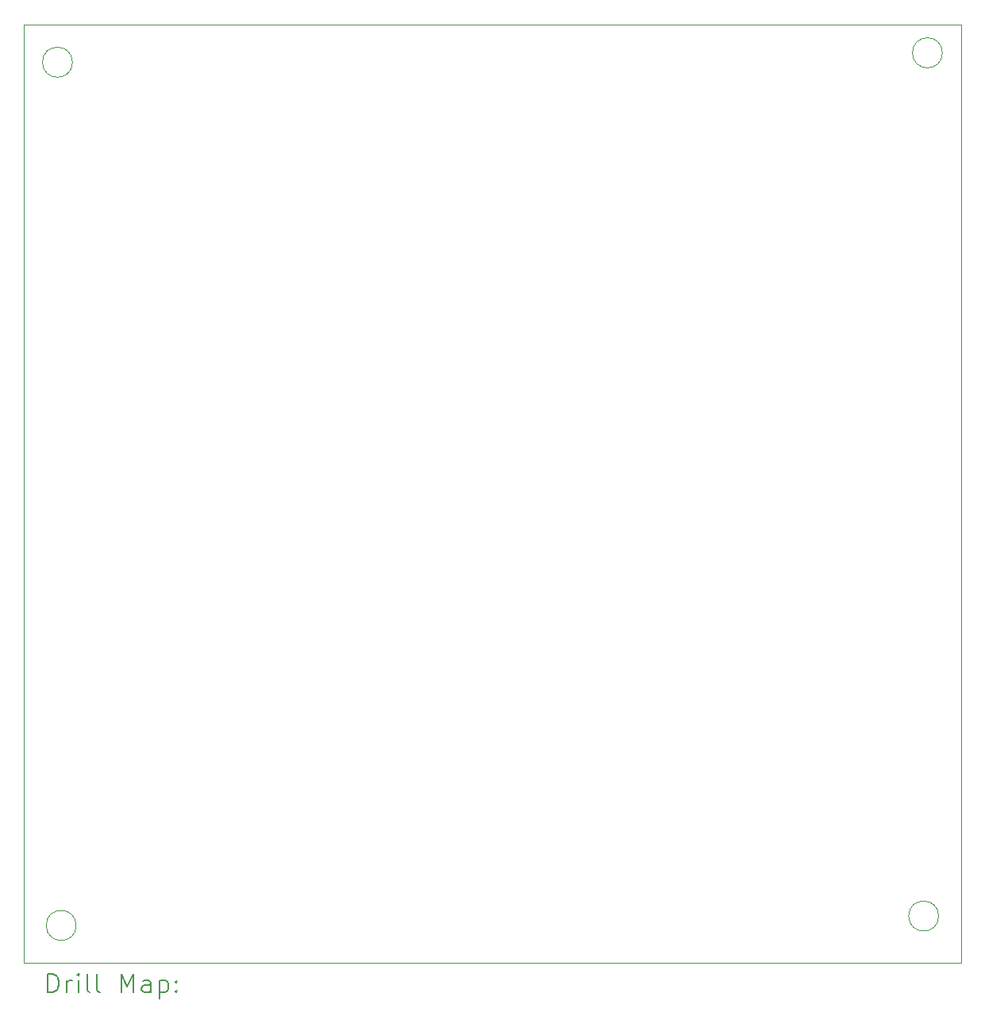
<source format=gbr>
%TF.GenerationSoftware,KiCad,Pcbnew,8.0.8*%
%TF.CreationDate,2025-06-29T12:55:09+09:00*%
%TF.ProjectId,VCOSeparate,56434f53-6570-4617-9261-74652e6b6963,rev?*%
%TF.SameCoordinates,Original*%
%TF.FileFunction,Drillmap*%
%TF.FilePolarity,Positive*%
%FSLAX45Y45*%
G04 Gerber Fmt 4.5, Leading zero omitted, Abs format (unit mm)*
G04 Created by KiCad (PCBNEW 8.0.8) date 2025-06-29 12:55:09*
%MOMM*%
%LPD*%
G01*
G04 APERTURE LIST*
%ADD10C,0.050000*%
%ADD11C,0.200000*%
G04 APERTURE END LIST*
D10*
X14000000Y-5100000D02*
X24000000Y-5100000D01*
X24000000Y-15100000D01*
X14000000Y-15100000D01*
X14000000Y-5100000D01*
X14520000Y-5500000D02*
G75*
G02*
X14200000Y-5500000I-160000J0D01*
G01*
X14200000Y-5500000D02*
G75*
G02*
X14520000Y-5500000I160000J0D01*
G01*
X23800000Y-5400000D02*
G75*
G02*
X23480000Y-5400000I-160000J0D01*
G01*
X23480000Y-5400000D02*
G75*
G02*
X23800000Y-5400000I160000J0D01*
G01*
X23760000Y-14600000D02*
G75*
G02*
X23440000Y-14600000I-160000J0D01*
G01*
X23440000Y-14600000D02*
G75*
G02*
X23760000Y-14600000I160000J0D01*
G01*
X14560000Y-14700000D02*
G75*
G02*
X14240000Y-14700000I-160000J0D01*
G01*
X14240000Y-14700000D02*
G75*
G02*
X14560000Y-14700000I160000J0D01*
G01*
D11*
X14258277Y-15413984D02*
X14258277Y-15213984D01*
X14258277Y-15213984D02*
X14305896Y-15213984D01*
X14305896Y-15213984D02*
X14334467Y-15223508D01*
X14334467Y-15223508D02*
X14353515Y-15242555D01*
X14353515Y-15242555D02*
X14363039Y-15261603D01*
X14363039Y-15261603D02*
X14372562Y-15299698D01*
X14372562Y-15299698D02*
X14372562Y-15328269D01*
X14372562Y-15328269D02*
X14363039Y-15366365D01*
X14363039Y-15366365D02*
X14353515Y-15385412D01*
X14353515Y-15385412D02*
X14334467Y-15404460D01*
X14334467Y-15404460D02*
X14305896Y-15413984D01*
X14305896Y-15413984D02*
X14258277Y-15413984D01*
X14458277Y-15413984D02*
X14458277Y-15280650D01*
X14458277Y-15318746D02*
X14467801Y-15299698D01*
X14467801Y-15299698D02*
X14477324Y-15290174D01*
X14477324Y-15290174D02*
X14496372Y-15280650D01*
X14496372Y-15280650D02*
X14515420Y-15280650D01*
X14582086Y-15413984D02*
X14582086Y-15280650D01*
X14582086Y-15213984D02*
X14572562Y-15223508D01*
X14572562Y-15223508D02*
X14582086Y-15233031D01*
X14582086Y-15233031D02*
X14591610Y-15223508D01*
X14591610Y-15223508D02*
X14582086Y-15213984D01*
X14582086Y-15213984D02*
X14582086Y-15233031D01*
X14705896Y-15413984D02*
X14686848Y-15404460D01*
X14686848Y-15404460D02*
X14677324Y-15385412D01*
X14677324Y-15385412D02*
X14677324Y-15213984D01*
X14810658Y-15413984D02*
X14791610Y-15404460D01*
X14791610Y-15404460D02*
X14782086Y-15385412D01*
X14782086Y-15385412D02*
X14782086Y-15213984D01*
X15039229Y-15413984D02*
X15039229Y-15213984D01*
X15039229Y-15213984D02*
X15105896Y-15356841D01*
X15105896Y-15356841D02*
X15172562Y-15213984D01*
X15172562Y-15213984D02*
X15172562Y-15413984D01*
X15353515Y-15413984D02*
X15353515Y-15309222D01*
X15353515Y-15309222D02*
X15343991Y-15290174D01*
X15343991Y-15290174D02*
X15324943Y-15280650D01*
X15324943Y-15280650D02*
X15286848Y-15280650D01*
X15286848Y-15280650D02*
X15267801Y-15290174D01*
X15353515Y-15404460D02*
X15334467Y-15413984D01*
X15334467Y-15413984D02*
X15286848Y-15413984D01*
X15286848Y-15413984D02*
X15267801Y-15404460D01*
X15267801Y-15404460D02*
X15258277Y-15385412D01*
X15258277Y-15385412D02*
X15258277Y-15366365D01*
X15258277Y-15366365D02*
X15267801Y-15347317D01*
X15267801Y-15347317D02*
X15286848Y-15337793D01*
X15286848Y-15337793D02*
X15334467Y-15337793D01*
X15334467Y-15337793D02*
X15353515Y-15328269D01*
X15448753Y-15280650D02*
X15448753Y-15480650D01*
X15448753Y-15290174D02*
X15467801Y-15280650D01*
X15467801Y-15280650D02*
X15505896Y-15280650D01*
X15505896Y-15280650D02*
X15524943Y-15290174D01*
X15524943Y-15290174D02*
X15534467Y-15299698D01*
X15534467Y-15299698D02*
X15543991Y-15318746D01*
X15543991Y-15318746D02*
X15543991Y-15375888D01*
X15543991Y-15375888D02*
X15534467Y-15394936D01*
X15534467Y-15394936D02*
X15524943Y-15404460D01*
X15524943Y-15404460D02*
X15505896Y-15413984D01*
X15505896Y-15413984D02*
X15467801Y-15413984D01*
X15467801Y-15413984D02*
X15448753Y-15404460D01*
X15629705Y-15394936D02*
X15639229Y-15404460D01*
X15639229Y-15404460D02*
X15629705Y-15413984D01*
X15629705Y-15413984D02*
X15620182Y-15404460D01*
X15620182Y-15404460D02*
X15629705Y-15394936D01*
X15629705Y-15394936D02*
X15629705Y-15413984D01*
X15629705Y-15290174D02*
X15639229Y-15299698D01*
X15639229Y-15299698D02*
X15629705Y-15309222D01*
X15629705Y-15309222D02*
X15620182Y-15299698D01*
X15620182Y-15299698D02*
X15629705Y-15290174D01*
X15629705Y-15290174D02*
X15629705Y-15309222D01*
M02*

</source>
